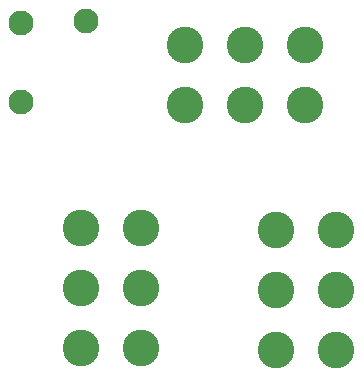
<source format=gbs>
G04 Layer: BottomSolderMaskLayer*
G04 EasyEDA v6.5.46, 2025-07-23 17:18:39*
G04 4d1536246bbc4f27acf5b42e0466264c,7be8f16a26344db1bf46185b0a727cd7,10*
G04 Gerber Generator version 0.2*
G04 Scale: 100 percent, Rotated: No, Reflected: No *
G04 Dimensions in millimeters *
G04 leading zeros omitted , absolute positions ,4 integer and 5 decimal *
%FSLAX45Y45*%
%MOMM*%

%ADD10C,2.1016*%
%ADD11C,3.1016*%

%LPD*%
D10*
G01*
X3136900Y5753100D03*
G01*
X3683000Y5765800D03*
D11*
G01*
X5295900Y2984500D03*
G01*
X5295900Y3492500D03*
G01*
X5295900Y4000500D03*
G01*
X5803900Y4000500D03*
G01*
X5803900Y3492500D03*
G01*
X5803900Y2984500D03*
G01*
X3644900Y2997200D03*
G01*
X3644900Y3505200D03*
G01*
X3644900Y4013200D03*
G01*
X4152900Y4013200D03*
G01*
X4152900Y3505200D03*
G01*
X4152900Y2997200D03*
G01*
X4521200Y5562600D03*
G01*
X5029200Y5562600D03*
G01*
X5537200Y5562600D03*
G01*
X5537200Y5054600D03*
G01*
X5029200Y5054600D03*
G01*
X4521200Y5054600D03*
D10*
G01*
X3136900Y5080000D03*
M02*

</source>
